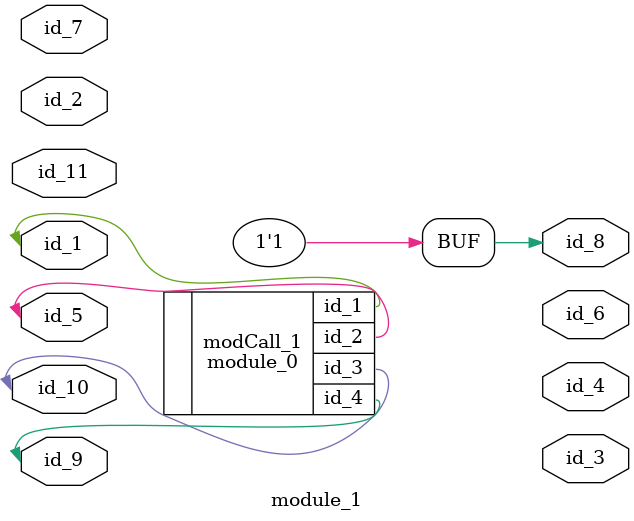
<source format=v>
module module_0 (
    id_1,
    id_2,
    id_3,
    id_4
);
  inout wire id_4;
  output wire id_3;
  inout wire id_2;
  output wire id_1;
endmodule
module module_1 (
    id_1,
    id_2,
    id_3,
    id_4,
    id_5,
    id_6,
    id_7,
    id_8,
    id_9,
    id_10,
    id_11
);
  input wire id_11;
  inout wire id_10;
  inout wire id_9;
  output wire id_8;
  input wire id_7;
  output wire id_6;
  inout wire id_5;
  output wire id_4;
  output wire id_3;
  input wire id_2;
  inout wire id_1;
  assign id_8 = 1;
  module_0 modCall_1 (
      id_1,
      id_5,
      id_10,
      id_9
  );
endmodule

</source>
